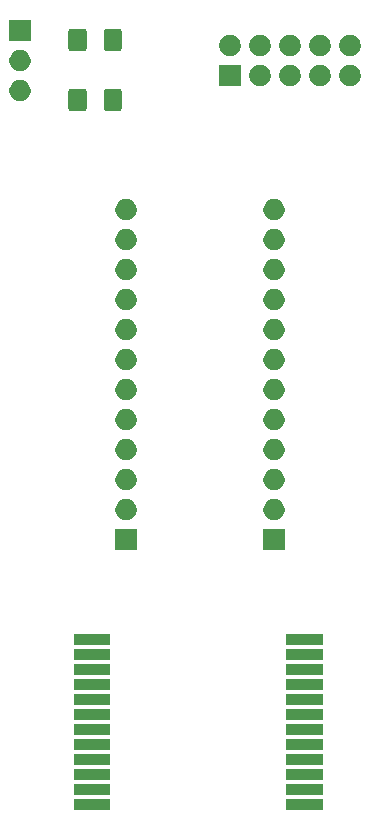
<source format=gbr>
G04 #@! TF.GenerationSoftware,KiCad,Pcbnew,(5.1.5)-3*
G04 #@! TF.CreationDate,2020-03-11T07:33:21-05:00*
G04 #@! TF.ProjectId,BreadboardBreakout,42726561-6462-46f6-9172-64427265616b,rev?*
G04 #@! TF.SameCoordinates,Original*
G04 #@! TF.FileFunction,Soldermask,Top*
G04 #@! TF.FilePolarity,Negative*
%FSLAX46Y46*%
G04 Gerber Fmt 4.6, Leading zero omitted, Abs format (unit mm)*
G04 Created by KiCad (PCBNEW (5.1.5)-3) date 2020-03-11 07:33:21*
%MOMM*%
%LPD*%
G04 APERTURE LIST*
%ADD10C,0.100000*%
G04 APERTURE END LIST*
D10*
G36*
X10398600Y-27857600D02*
G01*
X7296600Y-27857600D01*
X7296600Y-26955600D01*
X10398600Y-26955600D01*
X10398600Y-27857600D01*
G37*
G36*
X-7601400Y-27857600D02*
G01*
X-10703400Y-27857600D01*
X-10703400Y-26955600D01*
X-7601400Y-26955600D01*
X-7601400Y-27857600D01*
G37*
G36*
X-7601400Y-26587600D02*
G01*
X-10703400Y-26587600D01*
X-10703400Y-25685600D01*
X-7601400Y-25685600D01*
X-7601400Y-26587600D01*
G37*
G36*
X10398600Y-26587600D02*
G01*
X7296600Y-26587600D01*
X7296600Y-25685600D01*
X10398600Y-25685600D01*
X10398600Y-26587600D01*
G37*
G36*
X-7601400Y-25317600D02*
G01*
X-10703400Y-25317600D01*
X-10703400Y-24415600D01*
X-7601400Y-24415600D01*
X-7601400Y-25317600D01*
G37*
G36*
X10398600Y-25317600D02*
G01*
X7296600Y-25317600D01*
X7296600Y-24415600D01*
X10398600Y-24415600D01*
X10398600Y-25317600D01*
G37*
G36*
X-7601400Y-24047600D02*
G01*
X-10703400Y-24047600D01*
X-10703400Y-23145600D01*
X-7601400Y-23145600D01*
X-7601400Y-24047600D01*
G37*
G36*
X10398600Y-24047600D02*
G01*
X7296600Y-24047600D01*
X7296600Y-23145600D01*
X10398600Y-23145600D01*
X10398600Y-24047600D01*
G37*
G36*
X-7601400Y-22777600D02*
G01*
X-10703400Y-22777600D01*
X-10703400Y-21875600D01*
X-7601400Y-21875600D01*
X-7601400Y-22777600D01*
G37*
G36*
X10398600Y-22777600D02*
G01*
X7296600Y-22777600D01*
X7296600Y-21875600D01*
X10398600Y-21875600D01*
X10398600Y-22777600D01*
G37*
G36*
X10398600Y-21507600D02*
G01*
X7296600Y-21507600D01*
X7296600Y-20605600D01*
X10398600Y-20605600D01*
X10398600Y-21507600D01*
G37*
G36*
X-7601400Y-21507600D02*
G01*
X-10703400Y-21507600D01*
X-10703400Y-20605600D01*
X-7601400Y-20605600D01*
X-7601400Y-21507600D01*
G37*
G36*
X-7601400Y-20237600D02*
G01*
X-10703400Y-20237600D01*
X-10703400Y-19335600D01*
X-7601400Y-19335600D01*
X-7601400Y-20237600D01*
G37*
G36*
X10398600Y-20237600D02*
G01*
X7296600Y-20237600D01*
X7296600Y-19335600D01*
X10398600Y-19335600D01*
X10398600Y-20237600D01*
G37*
G36*
X-7601400Y-18967600D02*
G01*
X-10703400Y-18967600D01*
X-10703400Y-18065600D01*
X-7601400Y-18065600D01*
X-7601400Y-18967600D01*
G37*
G36*
X10398600Y-18967600D02*
G01*
X7296600Y-18967600D01*
X7296600Y-18065600D01*
X10398600Y-18065600D01*
X10398600Y-18967600D01*
G37*
G36*
X-7601400Y-17697600D02*
G01*
X-10703400Y-17697600D01*
X-10703400Y-16795600D01*
X-7601400Y-16795600D01*
X-7601400Y-17697600D01*
G37*
G36*
X10398600Y-17697600D02*
G01*
X7296600Y-17697600D01*
X7296600Y-16795600D01*
X10398600Y-16795600D01*
X10398600Y-17697600D01*
G37*
G36*
X10398600Y-16427600D02*
G01*
X7296600Y-16427600D01*
X7296600Y-15525600D01*
X10398600Y-15525600D01*
X10398600Y-16427600D01*
G37*
G36*
X-7601400Y-16427600D02*
G01*
X-10703400Y-16427600D01*
X-10703400Y-15525600D01*
X-7601400Y-15525600D01*
X-7601400Y-16427600D01*
G37*
G36*
X10398600Y-15157600D02*
G01*
X7296600Y-15157600D01*
X7296600Y-14255600D01*
X10398600Y-14255600D01*
X10398600Y-15157600D01*
G37*
G36*
X-7601400Y-15157600D02*
G01*
X-10703400Y-15157600D01*
X-10703400Y-14255600D01*
X-7601400Y-14255600D01*
X-7601400Y-15157600D01*
G37*
G36*
X-7601400Y-13887600D02*
G01*
X-10703400Y-13887600D01*
X-10703400Y-12985600D01*
X-7601400Y-12985600D01*
X-7601400Y-13887600D01*
G37*
G36*
X10398600Y-13887600D02*
G01*
X7296600Y-13887600D01*
X7296600Y-12985600D01*
X10398600Y-12985600D01*
X10398600Y-13887600D01*
G37*
G36*
X-5359000Y-5901000D02*
G01*
X-7161000Y-5901000D01*
X-7161000Y-4099000D01*
X-5359000Y-4099000D01*
X-5359000Y-5901000D01*
G37*
G36*
X7161000Y-5901000D02*
G01*
X5359000Y-5901000D01*
X5359000Y-4099000D01*
X7161000Y-4099000D01*
X7161000Y-5901000D01*
G37*
G36*
X-6146488Y-1563927D02*
G01*
X-5997188Y-1593624D01*
X-5833216Y-1661544D01*
X-5685646Y-1760147D01*
X-5560147Y-1885646D01*
X-5461544Y-2033216D01*
X-5393624Y-2197188D01*
X-5359000Y-2371259D01*
X-5359000Y-2548741D01*
X-5393624Y-2722812D01*
X-5461544Y-2886784D01*
X-5560147Y-3034354D01*
X-5685646Y-3159853D01*
X-5833216Y-3258456D01*
X-5997188Y-3326376D01*
X-6146488Y-3356073D01*
X-6171258Y-3361000D01*
X-6348742Y-3361000D01*
X-6373512Y-3356073D01*
X-6522812Y-3326376D01*
X-6686784Y-3258456D01*
X-6834354Y-3159853D01*
X-6959853Y-3034354D01*
X-7058456Y-2886784D01*
X-7126376Y-2722812D01*
X-7161000Y-2548741D01*
X-7161000Y-2371259D01*
X-7126376Y-2197188D01*
X-7058456Y-2033216D01*
X-6959853Y-1885646D01*
X-6834354Y-1760147D01*
X-6686784Y-1661544D01*
X-6522812Y-1593624D01*
X-6373512Y-1563927D01*
X-6348742Y-1559000D01*
X-6171258Y-1559000D01*
X-6146488Y-1563927D01*
G37*
G36*
X6373512Y-1563927D02*
G01*
X6522812Y-1593624D01*
X6686784Y-1661544D01*
X6834354Y-1760147D01*
X6959853Y-1885646D01*
X7058456Y-2033216D01*
X7126376Y-2197188D01*
X7161000Y-2371259D01*
X7161000Y-2548741D01*
X7126376Y-2722812D01*
X7058456Y-2886784D01*
X6959853Y-3034354D01*
X6834354Y-3159853D01*
X6686784Y-3258456D01*
X6522812Y-3326376D01*
X6373512Y-3356073D01*
X6348742Y-3361000D01*
X6171258Y-3361000D01*
X6146488Y-3356073D01*
X5997188Y-3326376D01*
X5833216Y-3258456D01*
X5685646Y-3159853D01*
X5560147Y-3034354D01*
X5461544Y-2886784D01*
X5393624Y-2722812D01*
X5359000Y-2548741D01*
X5359000Y-2371259D01*
X5393624Y-2197188D01*
X5461544Y-2033216D01*
X5560147Y-1885646D01*
X5685646Y-1760147D01*
X5833216Y-1661544D01*
X5997188Y-1593624D01*
X6146488Y-1563927D01*
X6171258Y-1559000D01*
X6348742Y-1559000D01*
X6373512Y-1563927D01*
G37*
G36*
X6373512Y976073D02*
G01*
X6522812Y946376D01*
X6686784Y878456D01*
X6834354Y779853D01*
X6959853Y654354D01*
X7058456Y506784D01*
X7126376Y342812D01*
X7161000Y168741D01*
X7161000Y-8741D01*
X7126376Y-182812D01*
X7058456Y-346784D01*
X6959853Y-494354D01*
X6834354Y-619853D01*
X6686784Y-718456D01*
X6522812Y-786376D01*
X6373512Y-816073D01*
X6348742Y-821000D01*
X6171258Y-821000D01*
X6146488Y-816073D01*
X5997188Y-786376D01*
X5833216Y-718456D01*
X5685646Y-619853D01*
X5560147Y-494354D01*
X5461544Y-346784D01*
X5393624Y-182812D01*
X5359000Y-8741D01*
X5359000Y168741D01*
X5393624Y342812D01*
X5461544Y506784D01*
X5560147Y654354D01*
X5685646Y779853D01*
X5833216Y878456D01*
X5997188Y946376D01*
X6146488Y976073D01*
X6171258Y981000D01*
X6348742Y981000D01*
X6373512Y976073D01*
G37*
G36*
X-6146488Y976073D02*
G01*
X-5997188Y946376D01*
X-5833216Y878456D01*
X-5685646Y779853D01*
X-5560147Y654354D01*
X-5461544Y506784D01*
X-5393624Y342812D01*
X-5359000Y168741D01*
X-5359000Y-8741D01*
X-5393624Y-182812D01*
X-5461544Y-346784D01*
X-5560147Y-494354D01*
X-5685646Y-619853D01*
X-5833216Y-718456D01*
X-5997188Y-786376D01*
X-6146488Y-816073D01*
X-6171258Y-821000D01*
X-6348742Y-821000D01*
X-6373512Y-816073D01*
X-6522812Y-786376D01*
X-6686784Y-718456D01*
X-6834354Y-619853D01*
X-6959853Y-494354D01*
X-7058456Y-346784D01*
X-7126376Y-182812D01*
X-7161000Y-8741D01*
X-7161000Y168741D01*
X-7126376Y342812D01*
X-7058456Y506784D01*
X-6959853Y654354D01*
X-6834354Y779853D01*
X-6686784Y878456D01*
X-6522812Y946376D01*
X-6373512Y976073D01*
X-6348742Y981000D01*
X-6171258Y981000D01*
X-6146488Y976073D01*
G37*
G36*
X-6146488Y3516073D02*
G01*
X-5997188Y3486376D01*
X-5833216Y3418456D01*
X-5685646Y3319853D01*
X-5560147Y3194354D01*
X-5461544Y3046784D01*
X-5393624Y2882812D01*
X-5359000Y2708741D01*
X-5359000Y2531259D01*
X-5393624Y2357188D01*
X-5461544Y2193216D01*
X-5560147Y2045646D01*
X-5685646Y1920147D01*
X-5833216Y1821544D01*
X-5997188Y1753624D01*
X-6146488Y1723927D01*
X-6171258Y1719000D01*
X-6348742Y1719000D01*
X-6373512Y1723927D01*
X-6522812Y1753624D01*
X-6686784Y1821544D01*
X-6834354Y1920147D01*
X-6959853Y2045646D01*
X-7058456Y2193216D01*
X-7126376Y2357188D01*
X-7161000Y2531259D01*
X-7161000Y2708741D01*
X-7126376Y2882812D01*
X-7058456Y3046784D01*
X-6959853Y3194354D01*
X-6834354Y3319853D01*
X-6686784Y3418456D01*
X-6522812Y3486376D01*
X-6373512Y3516073D01*
X-6348742Y3521000D01*
X-6171258Y3521000D01*
X-6146488Y3516073D01*
G37*
G36*
X6373512Y3516073D02*
G01*
X6522812Y3486376D01*
X6686784Y3418456D01*
X6834354Y3319853D01*
X6959853Y3194354D01*
X7058456Y3046784D01*
X7126376Y2882812D01*
X7161000Y2708741D01*
X7161000Y2531259D01*
X7126376Y2357188D01*
X7058456Y2193216D01*
X6959853Y2045646D01*
X6834354Y1920147D01*
X6686784Y1821544D01*
X6522812Y1753624D01*
X6373512Y1723927D01*
X6348742Y1719000D01*
X6171258Y1719000D01*
X6146488Y1723927D01*
X5997188Y1753624D01*
X5833216Y1821544D01*
X5685646Y1920147D01*
X5560147Y2045646D01*
X5461544Y2193216D01*
X5393624Y2357188D01*
X5359000Y2531259D01*
X5359000Y2708741D01*
X5393624Y2882812D01*
X5461544Y3046784D01*
X5560147Y3194354D01*
X5685646Y3319853D01*
X5833216Y3418456D01*
X5997188Y3486376D01*
X6146488Y3516073D01*
X6171258Y3521000D01*
X6348742Y3521000D01*
X6373512Y3516073D01*
G37*
G36*
X-6146488Y6056073D02*
G01*
X-5997188Y6026376D01*
X-5833216Y5958456D01*
X-5685646Y5859853D01*
X-5560147Y5734354D01*
X-5461544Y5586784D01*
X-5393624Y5422812D01*
X-5359000Y5248741D01*
X-5359000Y5071259D01*
X-5393624Y4897188D01*
X-5461544Y4733216D01*
X-5560147Y4585646D01*
X-5685646Y4460147D01*
X-5833216Y4361544D01*
X-5997188Y4293624D01*
X-6146488Y4263927D01*
X-6171258Y4259000D01*
X-6348742Y4259000D01*
X-6373512Y4263927D01*
X-6522812Y4293624D01*
X-6686784Y4361544D01*
X-6834354Y4460147D01*
X-6959853Y4585646D01*
X-7058456Y4733216D01*
X-7126376Y4897188D01*
X-7161000Y5071259D01*
X-7161000Y5248741D01*
X-7126376Y5422812D01*
X-7058456Y5586784D01*
X-6959853Y5734354D01*
X-6834354Y5859853D01*
X-6686784Y5958456D01*
X-6522812Y6026376D01*
X-6373512Y6056073D01*
X-6348742Y6061000D01*
X-6171258Y6061000D01*
X-6146488Y6056073D01*
G37*
G36*
X6373512Y6056073D02*
G01*
X6522812Y6026376D01*
X6686784Y5958456D01*
X6834354Y5859853D01*
X6959853Y5734354D01*
X7058456Y5586784D01*
X7126376Y5422812D01*
X7161000Y5248741D01*
X7161000Y5071259D01*
X7126376Y4897188D01*
X7058456Y4733216D01*
X6959853Y4585646D01*
X6834354Y4460147D01*
X6686784Y4361544D01*
X6522812Y4293624D01*
X6373512Y4263927D01*
X6348742Y4259000D01*
X6171258Y4259000D01*
X6146488Y4263927D01*
X5997188Y4293624D01*
X5833216Y4361544D01*
X5685646Y4460147D01*
X5560147Y4585646D01*
X5461544Y4733216D01*
X5393624Y4897188D01*
X5359000Y5071259D01*
X5359000Y5248741D01*
X5393624Y5422812D01*
X5461544Y5586784D01*
X5560147Y5734354D01*
X5685646Y5859853D01*
X5833216Y5958456D01*
X5997188Y6026376D01*
X6146488Y6056073D01*
X6171258Y6061000D01*
X6348742Y6061000D01*
X6373512Y6056073D01*
G37*
G36*
X6373512Y8596073D02*
G01*
X6522812Y8566376D01*
X6686784Y8498456D01*
X6834354Y8399853D01*
X6959853Y8274354D01*
X7058456Y8126784D01*
X7126376Y7962812D01*
X7161000Y7788741D01*
X7161000Y7611259D01*
X7126376Y7437188D01*
X7058456Y7273216D01*
X6959853Y7125646D01*
X6834354Y7000147D01*
X6686784Y6901544D01*
X6522812Y6833624D01*
X6373512Y6803927D01*
X6348742Y6799000D01*
X6171258Y6799000D01*
X6146488Y6803927D01*
X5997188Y6833624D01*
X5833216Y6901544D01*
X5685646Y7000147D01*
X5560147Y7125646D01*
X5461544Y7273216D01*
X5393624Y7437188D01*
X5359000Y7611259D01*
X5359000Y7788741D01*
X5393624Y7962812D01*
X5461544Y8126784D01*
X5560147Y8274354D01*
X5685646Y8399853D01*
X5833216Y8498456D01*
X5997188Y8566376D01*
X6146488Y8596073D01*
X6171258Y8601000D01*
X6348742Y8601000D01*
X6373512Y8596073D01*
G37*
G36*
X-6146488Y8596073D02*
G01*
X-5997188Y8566376D01*
X-5833216Y8498456D01*
X-5685646Y8399853D01*
X-5560147Y8274354D01*
X-5461544Y8126784D01*
X-5393624Y7962812D01*
X-5359000Y7788741D01*
X-5359000Y7611259D01*
X-5393624Y7437188D01*
X-5461544Y7273216D01*
X-5560147Y7125646D01*
X-5685646Y7000147D01*
X-5833216Y6901544D01*
X-5997188Y6833624D01*
X-6146488Y6803927D01*
X-6171258Y6799000D01*
X-6348742Y6799000D01*
X-6373512Y6803927D01*
X-6522812Y6833624D01*
X-6686784Y6901544D01*
X-6834354Y7000147D01*
X-6959853Y7125646D01*
X-7058456Y7273216D01*
X-7126376Y7437188D01*
X-7161000Y7611259D01*
X-7161000Y7788741D01*
X-7126376Y7962812D01*
X-7058456Y8126784D01*
X-6959853Y8274354D01*
X-6834354Y8399853D01*
X-6686784Y8498456D01*
X-6522812Y8566376D01*
X-6373512Y8596073D01*
X-6348742Y8601000D01*
X-6171258Y8601000D01*
X-6146488Y8596073D01*
G37*
G36*
X-6146488Y11136073D02*
G01*
X-5997188Y11106376D01*
X-5833216Y11038456D01*
X-5685646Y10939853D01*
X-5560147Y10814354D01*
X-5461544Y10666784D01*
X-5393624Y10502812D01*
X-5359000Y10328741D01*
X-5359000Y10151259D01*
X-5393624Y9977188D01*
X-5461544Y9813216D01*
X-5560147Y9665646D01*
X-5685646Y9540147D01*
X-5833216Y9441544D01*
X-5997188Y9373624D01*
X-6146488Y9343927D01*
X-6171258Y9339000D01*
X-6348742Y9339000D01*
X-6373512Y9343927D01*
X-6522812Y9373624D01*
X-6686784Y9441544D01*
X-6834354Y9540147D01*
X-6959853Y9665646D01*
X-7058456Y9813216D01*
X-7126376Y9977188D01*
X-7161000Y10151259D01*
X-7161000Y10328741D01*
X-7126376Y10502812D01*
X-7058456Y10666784D01*
X-6959853Y10814354D01*
X-6834354Y10939853D01*
X-6686784Y11038456D01*
X-6522812Y11106376D01*
X-6373512Y11136073D01*
X-6348742Y11141000D01*
X-6171258Y11141000D01*
X-6146488Y11136073D01*
G37*
G36*
X6373512Y11136073D02*
G01*
X6522812Y11106376D01*
X6686784Y11038456D01*
X6834354Y10939853D01*
X6959853Y10814354D01*
X7058456Y10666784D01*
X7126376Y10502812D01*
X7161000Y10328741D01*
X7161000Y10151259D01*
X7126376Y9977188D01*
X7058456Y9813216D01*
X6959853Y9665646D01*
X6834354Y9540147D01*
X6686784Y9441544D01*
X6522812Y9373624D01*
X6373512Y9343927D01*
X6348742Y9339000D01*
X6171258Y9339000D01*
X6146488Y9343927D01*
X5997188Y9373624D01*
X5833216Y9441544D01*
X5685646Y9540147D01*
X5560147Y9665646D01*
X5461544Y9813216D01*
X5393624Y9977188D01*
X5359000Y10151259D01*
X5359000Y10328741D01*
X5393624Y10502812D01*
X5461544Y10666784D01*
X5560147Y10814354D01*
X5685646Y10939853D01*
X5833216Y11038456D01*
X5997188Y11106376D01*
X6146488Y11136073D01*
X6171258Y11141000D01*
X6348742Y11141000D01*
X6373512Y11136073D01*
G37*
G36*
X-6146488Y13676073D02*
G01*
X-5997188Y13646376D01*
X-5833216Y13578456D01*
X-5685646Y13479853D01*
X-5560147Y13354354D01*
X-5461544Y13206784D01*
X-5393624Y13042812D01*
X-5359000Y12868741D01*
X-5359000Y12691259D01*
X-5393624Y12517188D01*
X-5461544Y12353216D01*
X-5560147Y12205646D01*
X-5685646Y12080147D01*
X-5833216Y11981544D01*
X-5997188Y11913624D01*
X-6146488Y11883927D01*
X-6171258Y11879000D01*
X-6348742Y11879000D01*
X-6373512Y11883927D01*
X-6522812Y11913624D01*
X-6686784Y11981544D01*
X-6834354Y12080147D01*
X-6959853Y12205646D01*
X-7058456Y12353216D01*
X-7126376Y12517188D01*
X-7161000Y12691259D01*
X-7161000Y12868741D01*
X-7126376Y13042812D01*
X-7058456Y13206784D01*
X-6959853Y13354354D01*
X-6834354Y13479853D01*
X-6686784Y13578456D01*
X-6522812Y13646376D01*
X-6373512Y13676073D01*
X-6348742Y13681000D01*
X-6171258Y13681000D01*
X-6146488Y13676073D01*
G37*
G36*
X6373512Y13676073D02*
G01*
X6522812Y13646376D01*
X6686784Y13578456D01*
X6834354Y13479853D01*
X6959853Y13354354D01*
X7058456Y13206784D01*
X7126376Y13042812D01*
X7161000Y12868741D01*
X7161000Y12691259D01*
X7126376Y12517188D01*
X7058456Y12353216D01*
X6959853Y12205646D01*
X6834354Y12080147D01*
X6686784Y11981544D01*
X6522812Y11913624D01*
X6373512Y11883927D01*
X6348742Y11879000D01*
X6171258Y11879000D01*
X6146488Y11883927D01*
X5997188Y11913624D01*
X5833216Y11981544D01*
X5685646Y12080147D01*
X5560147Y12205646D01*
X5461544Y12353216D01*
X5393624Y12517188D01*
X5359000Y12691259D01*
X5359000Y12868741D01*
X5393624Y13042812D01*
X5461544Y13206784D01*
X5560147Y13354354D01*
X5685646Y13479853D01*
X5833216Y13578456D01*
X5997188Y13646376D01*
X6146488Y13676073D01*
X6171258Y13681000D01*
X6348742Y13681000D01*
X6373512Y13676073D01*
G37*
G36*
X-6146488Y16216073D02*
G01*
X-5997188Y16186376D01*
X-5833216Y16118456D01*
X-5685646Y16019853D01*
X-5560147Y15894354D01*
X-5461544Y15746784D01*
X-5393624Y15582812D01*
X-5359000Y15408741D01*
X-5359000Y15231259D01*
X-5393624Y15057188D01*
X-5461544Y14893216D01*
X-5560147Y14745646D01*
X-5685646Y14620147D01*
X-5833216Y14521544D01*
X-5997188Y14453624D01*
X-6146488Y14423927D01*
X-6171258Y14419000D01*
X-6348742Y14419000D01*
X-6373512Y14423927D01*
X-6522812Y14453624D01*
X-6686784Y14521544D01*
X-6834354Y14620147D01*
X-6959853Y14745646D01*
X-7058456Y14893216D01*
X-7126376Y15057188D01*
X-7161000Y15231259D01*
X-7161000Y15408741D01*
X-7126376Y15582812D01*
X-7058456Y15746784D01*
X-6959853Y15894354D01*
X-6834354Y16019853D01*
X-6686784Y16118456D01*
X-6522812Y16186376D01*
X-6373512Y16216073D01*
X-6348742Y16221000D01*
X-6171258Y16221000D01*
X-6146488Y16216073D01*
G37*
G36*
X6373512Y16216073D02*
G01*
X6522812Y16186376D01*
X6686784Y16118456D01*
X6834354Y16019853D01*
X6959853Y15894354D01*
X7058456Y15746784D01*
X7126376Y15582812D01*
X7161000Y15408741D01*
X7161000Y15231259D01*
X7126376Y15057188D01*
X7058456Y14893216D01*
X6959853Y14745646D01*
X6834354Y14620147D01*
X6686784Y14521544D01*
X6522812Y14453624D01*
X6373512Y14423927D01*
X6348742Y14419000D01*
X6171258Y14419000D01*
X6146488Y14423927D01*
X5997188Y14453624D01*
X5833216Y14521544D01*
X5685646Y14620147D01*
X5560147Y14745646D01*
X5461544Y14893216D01*
X5393624Y15057188D01*
X5359000Y15231259D01*
X5359000Y15408741D01*
X5393624Y15582812D01*
X5461544Y15746784D01*
X5560147Y15894354D01*
X5685646Y16019853D01*
X5833216Y16118456D01*
X5997188Y16186376D01*
X6146488Y16216073D01*
X6171258Y16221000D01*
X6348742Y16221000D01*
X6373512Y16216073D01*
G37*
G36*
X-6146488Y18756073D02*
G01*
X-5997188Y18726376D01*
X-5833216Y18658456D01*
X-5685646Y18559853D01*
X-5560147Y18434354D01*
X-5461544Y18286784D01*
X-5393624Y18122812D01*
X-5359000Y17948741D01*
X-5359000Y17771259D01*
X-5393624Y17597188D01*
X-5461544Y17433216D01*
X-5560147Y17285646D01*
X-5685646Y17160147D01*
X-5833216Y17061544D01*
X-5997188Y16993624D01*
X-6146488Y16963927D01*
X-6171258Y16959000D01*
X-6348742Y16959000D01*
X-6373512Y16963927D01*
X-6522812Y16993624D01*
X-6686784Y17061544D01*
X-6834354Y17160147D01*
X-6959853Y17285646D01*
X-7058456Y17433216D01*
X-7126376Y17597188D01*
X-7161000Y17771259D01*
X-7161000Y17948741D01*
X-7126376Y18122812D01*
X-7058456Y18286784D01*
X-6959853Y18434354D01*
X-6834354Y18559853D01*
X-6686784Y18658456D01*
X-6522812Y18726376D01*
X-6373512Y18756073D01*
X-6348742Y18761000D01*
X-6171258Y18761000D01*
X-6146488Y18756073D01*
G37*
G36*
X6373512Y18756073D02*
G01*
X6522812Y18726376D01*
X6686784Y18658456D01*
X6834354Y18559853D01*
X6959853Y18434354D01*
X7058456Y18286784D01*
X7126376Y18122812D01*
X7161000Y17948741D01*
X7161000Y17771259D01*
X7126376Y17597188D01*
X7058456Y17433216D01*
X6959853Y17285646D01*
X6834354Y17160147D01*
X6686784Y17061544D01*
X6522812Y16993624D01*
X6373512Y16963927D01*
X6348742Y16959000D01*
X6171258Y16959000D01*
X6146488Y16963927D01*
X5997188Y16993624D01*
X5833216Y17061544D01*
X5685646Y17160147D01*
X5560147Y17285646D01*
X5461544Y17433216D01*
X5393624Y17597188D01*
X5359000Y17771259D01*
X5359000Y17948741D01*
X5393624Y18122812D01*
X5461544Y18286784D01*
X5560147Y18434354D01*
X5685646Y18559853D01*
X5833216Y18658456D01*
X5997188Y18726376D01*
X6146488Y18756073D01*
X6171258Y18761000D01*
X6348742Y18761000D01*
X6373512Y18756073D01*
G37*
G36*
X6373512Y21296073D02*
G01*
X6522812Y21266376D01*
X6686784Y21198456D01*
X6834354Y21099853D01*
X6959853Y20974354D01*
X7058456Y20826784D01*
X7126376Y20662812D01*
X7161000Y20488741D01*
X7161000Y20311259D01*
X7126376Y20137188D01*
X7058456Y19973216D01*
X6959853Y19825646D01*
X6834354Y19700147D01*
X6686784Y19601544D01*
X6522812Y19533624D01*
X6373512Y19503927D01*
X6348742Y19499000D01*
X6171258Y19499000D01*
X6146488Y19503927D01*
X5997188Y19533624D01*
X5833216Y19601544D01*
X5685646Y19700147D01*
X5560147Y19825646D01*
X5461544Y19973216D01*
X5393624Y20137188D01*
X5359000Y20311259D01*
X5359000Y20488741D01*
X5393624Y20662812D01*
X5461544Y20826784D01*
X5560147Y20974354D01*
X5685646Y21099853D01*
X5833216Y21198456D01*
X5997188Y21266376D01*
X6146488Y21296073D01*
X6171258Y21301000D01*
X6348742Y21301000D01*
X6373512Y21296073D01*
G37*
G36*
X-6146488Y21296073D02*
G01*
X-5997188Y21266376D01*
X-5833216Y21198456D01*
X-5685646Y21099853D01*
X-5560147Y20974354D01*
X-5461544Y20826784D01*
X-5393624Y20662812D01*
X-5359000Y20488741D01*
X-5359000Y20311259D01*
X-5393624Y20137188D01*
X-5461544Y19973216D01*
X-5560147Y19825646D01*
X-5685646Y19700147D01*
X-5833216Y19601544D01*
X-5997188Y19533624D01*
X-6146488Y19503927D01*
X-6171258Y19499000D01*
X-6348742Y19499000D01*
X-6373512Y19503927D01*
X-6522812Y19533624D01*
X-6686784Y19601544D01*
X-6834354Y19700147D01*
X-6959853Y19825646D01*
X-7058456Y19973216D01*
X-7126376Y20137188D01*
X-7161000Y20311259D01*
X-7161000Y20488741D01*
X-7126376Y20662812D01*
X-7058456Y20826784D01*
X-6959853Y20974354D01*
X-6834354Y21099853D01*
X-6686784Y21198456D01*
X-6522812Y21266376D01*
X-6373512Y21296073D01*
X-6348742Y21301000D01*
X-6171258Y21301000D01*
X-6146488Y21296073D01*
G37*
G36*
X-6146488Y23836073D02*
G01*
X-5997188Y23806376D01*
X-5833216Y23738456D01*
X-5685646Y23639853D01*
X-5560147Y23514354D01*
X-5461544Y23366784D01*
X-5393624Y23202812D01*
X-5359000Y23028741D01*
X-5359000Y22851259D01*
X-5393624Y22677188D01*
X-5461544Y22513216D01*
X-5560147Y22365646D01*
X-5685646Y22240147D01*
X-5833216Y22141544D01*
X-5997188Y22073624D01*
X-6146488Y22043927D01*
X-6171258Y22039000D01*
X-6348742Y22039000D01*
X-6373512Y22043927D01*
X-6522812Y22073624D01*
X-6686784Y22141544D01*
X-6834354Y22240147D01*
X-6959853Y22365646D01*
X-7058456Y22513216D01*
X-7126376Y22677188D01*
X-7161000Y22851259D01*
X-7161000Y23028741D01*
X-7126376Y23202812D01*
X-7058456Y23366784D01*
X-6959853Y23514354D01*
X-6834354Y23639853D01*
X-6686784Y23738456D01*
X-6522812Y23806376D01*
X-6373512Y23836073D01*
X-6348742Y23841000D01*
X-6171258Y23841000D01*
X-6146488Y23836073D01*
G37*
G36*
X6373512Y23836073D02*
G01*
X6522812Y23806376D01*
X6686784Y23738456D01*
X6834354Y23639853D01*
X6959853Y23514354D01*
X7058456Y23366784D01*
X7126376Y23202812D01*
X7161000Y23028741D01*
X7161000Y22851259D01*
X7126376Y22677188D01*
X7058456Y22513216D01*
X6959853Y22365646D01*
X6834354Y22240147D01*
X6686784Y22141544D01*
X6522812Y22073624D01*
X6373512Y22043927D01*
X6348742Y22039000D01*
X6171258Y22039000D01*
X6146488Y22043927D01*
X5997188Y22073624D01*
X5833216Y22141544D01*
X5685646Y22240147D01*
X5560147Y22365646D01*
X5461544Y22513216D01*
X5393624Y22677188D01*
X5359000Y22851259D01*
X5359000Y23028741D01*
X5393624Y23202812D01*
X5461544Y23366784D01*
X5560147Y23514354D01*
X5685646Y23639853D01*
X5833216Y23738456D01*
X5997188Y23806376D01*
X6146488Y23836073D01*
X6171258Y23841000D01*
X6348742Y23841000D01*
X6373512Y23836073D01*
G37*
G36*
X-6789438Y33154419D02*
G01*
X-6754519Y33143826D01*
X-6722337Y33126624D01*
X-6694127Y33103473D01*
X-6670976Y33075263D01*
X-6653774Y33043081D01*
X-6643181Y33008162D01*
X-6639000Y32965705D01*
X-6639000Y31499495D01*
X-6643181Y31457038D01*
X-6653774Y31422119D01*
X-6670976Y31389937D01*
X-6694127Y31361727D01*
X-6722337Y31338576D01*
X-6754519Y31321374D01*
X-6789438Y31310781D01*
X-6831895Y31306600D01*
X-7973105Y31306600D01*
X-8015562Y31310781D01*
X-8050481Y31321374D01*
X-8082663Y31338576D01*
X-8110873Y31361727D01*
X-8134024Y31389937D01*
X-8151226Y31422119D01*
X-8161819Y31457038D01*
X-8166000Y31499495D01*
X-8166000Y32965705D01*
X-8161819Y33008162D01*
X-8151226Y33043081D01*
X-8134024Y33075263D01*
X-8110873Y33103473D01*
X-8082663Y33126624D01*
X-8050481Y33143826D01*
X-8015562Y33154419D01*
X-7973105Y33158600D01*
X-6831895Y33158600D01*
X-6789438Y33154419D01*
G37*
G36*
X-9764438Y33154419D02*
G01*
X-9729519Y33143826D01*
X-9697337Y33126624D01*
X-9669127Y33103473D01*
X-9645976Y33075263D01*
X-9628774Y33043081D01*
X-9618181Y33008162D01*
X-9614000Y32965705D01*
X-9614000Y31499495D01*
X-9618181Y31457038D01*
X-9628774Y31422119D01*
X-9645976Y31389937D01*
X-9669127Y31361727D01*
X-9697337Y31338576D01*
X-9729519Y31321374D01*
X-9764438Y31310781D01*
X-9806895Y31306600D01*
X-10948105Y31306600D01*
X-10990562Y31310781D01*
X-11025481Y31321374D01*
X-11057663Y31338576D01*
X-11085873Y31361727D01*
X-11109024Y31389937D01*
X-11126226Y31422119D01*
X-11136819Y31457038D01*
X-11141000Y31499495D01*
X-11141000Y32965705D01*
X-11136819Y33008162D01*
X-11126226Y33043081D01*
X-11109024Y33075263D01*
X-11085873Y33103473D01*
X-11057663Y33126624D01*
X-11025481Y33143826D01*
X-10990562Y33154419D01*
X-10948105Y33158600D01*
X-9806895Y33158600D01*
X-9764438Y33154419D01*
G37*
G36*
X-15126488Y33916073D02*
G01*
X-14977188Y33886376D01*
X-14813216Y33818456D01*
X-14665646Y33719853D01*
X-14540147Y33594354D01*
X-14441544Y33446784D01*
X-14373624Y33282812D01*
X-14339000Y33108741D01*
X-14339000Y32931259D01*
X-14373624Y32757188D01*
X-14441544Y32593216D01*
X-14540147Y32445646D01*
X-14665646Y32320147D01*
X-14813216Y32221544D01*
X-14977188Y32153624D01*
X-15126488Y32123927D01*
X-15151258Y32119000D01*
X-15328742Y32119000D01*
X-15353512Y32123927D01*
X-15502812Y32153624D01*
X-15666784Y32221544D01*
X-15814354Y32320147D01*
X-15939853Y32445646D01*
X-16038456Y32593216D01*
X-16106376Y32757188D01*
X-16141000Y32931259D01*
X-16141000Y33108741D01*
X-16106376Y33282812D01*
X-16038456Y33446784D01*
X-15939853Y33594354D01*
X-15814354Y33719853D01*
X-15666784Y33818456D01*
X-15502812Y33886376D01*
X-15353512Y33916073D01*
X-15328742Y33921000D01*
X-15151258Y33921000D01*
X-15126488Y33916073D01*
G37*
G36*
X12966778Y35169453D02*
G01*
X13133224Y35100509D01*
X13283022Y35000417D01*
X13410417Y34873022D01*
X13510509Y34723224D01*
X13579453Y34556778D01*
X13614600Y34380082D01*
X13614600Y34199918D01*
X13579453Y34023222D01*
X13510509Y33856776D01*
X13410417Y33706978D01*
X13283022Y33579583D01*
X13133224Y33479491D01*
X12966778Y33410547D01*
X12790082Y33375400D01*
X12609918Y33375400D01*
X12433222Y33410547D01*
X12266776Y33479491D01*
X12116978Y33579583D01*
X11989583Y33706978D01*
X11889491Y33856776D01*
X11820547Y34023222D01*
X11785400Y34199918D01*
X11785400Y34380082D01*
X11820547Y34556778D01*
X11889491Y34723224D01*
X11989583Y34873022D01*
X12116978Y35000417D01*
X12266776Y35100509D01*
X12433222Y35169453D01*
X12609918Y35204600D01*
X12790082Y35204600D01*
X12966778Y35169453D01*
G37*
G36*
X10426778Y35169453D02*
G01*
X10593224Y35100509D01*
X10743022Y35000417D01*
X10870417Y34873022D01*
X10970509Y34723224D01*
X11039453Y34556778D01*
X11074600Y34380082D01*
X11074600Y34199918D01*
X11039453Y34023222D01*
X10970509Y33856776D01*
X10870417Y33706978D01*
X10743022Y33579583D01*
X10593224Y33479491D01*
X10426778Y33410547D01*
X10250082Y33375400D01*
X10069918Y33375400D01*
X9893222Y33410547D01*
X9726776Y33479491D01*
X9576978Y33579583D01*
X9449583Y33706978D01*
X9349491Y33856776D01*
X9280547Y34023222D01*
X9245400Y34199918D01*
X9245400Y34380082D01*
X9280547Y34556778D01*
X9349491Y34723224D01*
X9449583Y34873022D01*
X9576978Y35000417D01*
X9726776Y35100509D01*
X9893222Y35169453D01*
X10069918Y35204600D01*
X10250082Y35204600D01*
X10426778Y35169453D01*
G37*
G36*
X7886778Y35169453D02*
G01*
X8053224Y35100509D01*
X8203022Y35000417D01*
X8330417Y34873022D01*
X8430509Y34723224D01*
X8499453Y34556778D01*
X8534600Y34380082D01*
X8534600Y34199918D01*
X8499453Y34023222D01*
X8430509Y33856776D01*
X8330417Y33706978D01*
X8203022Y33579583D01*
X8053224Y33479491D01*
X7886778Y33410547D01*
X7710082Y33375400D01*
X7529918Y33375400D01*
X7353222Y33410547D01*
X7186776Y33479491D01*
X7036978Y33579583D01*
X6909583Y33706978D01*
X6809491Y33856776D01*
X6740547Y34023222D01*
X6705400Y34199918D01*
X6705400Y34380082D01*
X6740547Y34556778D01*
X6809491Y34723224D01*
X6909583Y34873022D01*
X7036978Y35000417D01*
X7186776Y35100509D01*
X7353222Y35169453D01*
X7529918Y35204600D01*
X7710082Y35204600D01*
X7886778Y35169453D01*
G37*
G36*
X5346778Y35169453D02*
G01*
X5513224Y35100509D01*
X5663022Y35000417D01*
X5790417Y34873022D01*
X5890509Y34723224D01*
X5959453Y34556778D01*
X5994600Y34380082D01*
X5994600Y34199918D01*
X5959453Y34023222D01*
X5890509Y33856776D01*
X5790417Y33706978D01*
X5663022Y33579583D01*
X5513224Y33479491D01*
X5346778Y33410547D01*
X5170082Y33375400D01*
X4989918Y33375400D01*
X4813222Y33410547D01*
X4646776Y33479491D01*
X4496978Y33579583D01*
X4369583Y33706978D01*
X4269491Y33856776D01*
X4200547Y34023222D01*
X4165400Y34199918D01*
X4165400Y34380082D01*
X4200547Y34556778D01*
X4269491Y34723224D01*
X4369583Y34873022D01*
X4496978Y35000417D01*
X4646776Y35100509D01*
X4813222Y35169453D01*
X4989918Y35204600D01*
X5170082Y35204600D01*
X5346778Y35169453D01*
G37*
G36*
X3454600Y33375400D02*
G01*
X1625400Y33375400D01*
X1625400Y35204600D01*
X3454600Y35204600D01*
X3454600Y33375400D01*
G37*
G36*
X-15126488Y36456073D02*
G01*
X-14977188Y36426376D01*
X-14813216Y36358456D01*
X-14665646Y36259853D01*
X-14540147Y36134354D01*
X-14441544Y35986784D01*
X-14373624Y35822812D01*
X-14339000Y35648741D01*
X-14339000Y35471259D01*
X-14373624Y35297188D01*
X-14441544Y35133216D01*
X-14540147Y34985646D01*
X-14665646Y34860147D01*
X-14813216Y34761544D01*
X-14977188Y34693624D01*
X-15126488Y34663927D01*
X-15151258Y34659000D01*
X-15328742Y34659000D01*
X-15353512Y34663927D01*
X-15502812Y34693624D01*
X-15666784Y34761544D01*
X-15814354Y34860147D01*
X-15939853Y34985646D01*
X-16038456Y35133216D01*
X-16106376Y35297188D01*
X-16141000Y35471259D01*
X-16141000Y35648741D01*
X-16106376Y35822812D01*
X-16038456Y35986784D01*
X-15939853Y36134354D01*
X-15814354Y36259853D01*
X-15666784Y36358456D01*
X-15502812Y36426376D01*
X-15353512Y36456073D01*
X-15328742Y36461000D01*
X-15151258Y36461000D01*
X-15126488Y36456073D01*
G37*
G36*
X5346778Y37709453D02*
G01*
X5513224Y37640509D01*
X5663022Y37540417D01*
X5790417Y37413022D01*
X5890509Y37263224D01*
X5959453Y37096778D01*
X5994600Y36920082D01*
X5994600Y36739918D01*
X5959453Y36563222D01*
X5890509Y36396776D01*
X5790417Y36246978D01*
X5663022Y36119583D01*
X5513224Y36019491D01*
X5346778Y35950547D01*
X5170082Y35915400D01*
X4989918Y35915400D01*
X4813222Y35950547D01*
X4646776Y36019491D01*
X4496978Y36119583D01*
X4369583Y36246978D01*
X4269491Y36396776D01*
X4200547Y36563222D01*
X4165400Y36739918D01*
X4165400Y36920082D01*
X4200547Y37096778D01*
X4269491Y37263224D01*
X4369583Y37413022D01*
X4496978Y37540417D01*
X4646776Y37640509D01*
X4813222Y37709453D01*
X4989918Y37744600D01*
X5170082Y37744600D01*
X5346778Y37709453D01*
G37*
G36*
X12966778Y37709453D02*
G01*
X13133224Y37640509D01*
X13283022Y37540417D01*
X13410417Y37413022D01*
X13510509Y37263224D01*
X13579453Y37096778D01*
X13614600Y36920082D01*
X13614600Y36739918D01*
X13579453Y36563222D01*
X13510509Y36396776D01*
X13410417Y36246978D01*
X13283022Y36119583D01*
X13133224Y36019491D01*
X12966778Y35950547D01*
X12790082Y35915400D01*
X12609918Y35915400D01*
X12433222Y35950547D01*
X12266776Y36019491D01*
X12116978Y36119583D01*
X11989583Y36246978D01*
X11889491Y36396776D01*
X11820547Y36563222D01*
X11785400Y36739918D01*
X11785400Y36920082D01*
X11820547Y37096778D01*
X11889491Y37263224D01*
X11989583Y37413022D01*
X12116978Y37540417D01*
X12266776Y37640509D01*
X12433222Y37709453D01*
X12609918Y37744600D01*
X12790082Y37744600D01*
X12966778Y37709453D01*
G37*
G36*
X10426778Y37709453D02*
G01*
X10593224Y37640509D01*
X10743022Y37540417D01*
X10870417Y37413022D01*
X10970509Y37263224D01*
X11039453Y37096778D01*
X11074600Y36920082D01*
X11074600Y36739918D01*
X11039453Y36563222D01*
X10970509Y36396776D01*
X10870417Y36246978D01*
X10743022Y36119583D01*
X10593224Y36019491D01*
X10426778Y35950547D01*
X10250082Y35915400D01*
X10069918Y35915400D01*
X9893222Y35950547D01*
X9726776Y36019491D01*
X9576978Y36119583D01*
X9449583Y36246978D01*
X9349491Y36396776D01*
X9280547Y36563222D01*
X9245400Y36739918D01*
X9245400Y36920082D01*
X9280547Y37096778D01*
X9349491Y37263224D01*
X9449583Y37413022D01*
X9576978Y37540417D01*
X9726776Y37640509D01*
X9893222Y37709453D01*
X10069918Y37744600D01*
X10250082Y37744600D01*
X10426778Y37709453D01*
G37*
G36*
X7886778Y37709453D02*
G01*
X8053224Y37640509D01*
X8203022Y37540417D01*
X8330417Y37413022D01*
X8430509Y37263224D01*
X8499453Y37096778D01*
X8534600Y36920082D01*
X8534600Y36739918D01*
X8499453Y36563222D01*
X8430509Y36396776D01*
X8330417Y36246978D01*
X8203022Y36119583D01*
X8053224Y36019491D01*
X7886778Y35950547D01*
X7710082Y35915400D01*
X7529918Y35915400D01*
X7353222Y35950547D01*
X7186776Y36019491D01*
X7036978Y36119583D01*
X6909583Y36246978D01*
X6809491Y36396776D01*
X6740547Y36563222D01*
X6705400Y36739918D01*
X6705400Y36920082D01*
X6740547Y37096778D01*
X6809491Y37263224D01*
X6909583Y37413022D01*
X7036978Y37540417D01*
X7186776Y37640509D01*
X7353222Y37709453D01*
X7529918Y37744600D01*
X7710082Y37744600D01*
X7886778Y37709453D01*
G37*
G36*
X2806778Y37709453D02*
G01*
X2973224Y37640509D01*
X3123022Y37540417D01*
X3250417Y37413022D01*
X3350509Y37263224D01*
X3419453Y37096778D01*
X3454600Y36920082D01*
X3454600Y36739918D01*
X3419453Y36563222D01*
X3350509Y36396776D01*
X3250417Y36246978D01*
X3123022Y36119583D01*
X2973224Y36019491D01*
X2806778Y35950547D01*
X2630082Y35915400D01*
X2449918Y35915400D01*
X2273222Y35950547D01*
X2106776Y36019491D01*
X1956978Y36119583D01*
X1829583Y36246978D01*
X1729491Y36396776D01*
X1660547Y36563222D01*
X1625400Y36739918D01*
X1625400Y36920082D01*
X1660547Y37096778D01*
X1729491Y37263224D01*
X1829583Y37413022D01*
X1956978Y37540417D01*
X2106776Y37640509D01*
X2273222Y37709453D01*
X2449918Y37744600D01*
X2630082Y37744600D01*
X2806778Y37709453D01*
G37*
G36*
X-6789438Y38234419D02*
G01*
X-6754519Y38223826D01*
X-6722337Y38206624D01*
X-6694127Y38183473D01*
X-6670976Y38155263D01*
X-6653774Y38123081D01*
X-6643181Y38088162D01*
X-6639000Y38045705D01*
X-6639000Y36579495D01*
X-6643181Y36537038D01*
X-6653774Y36502119D01*
X-6670976Y36469937D01*
X-6694127Y36441727D01*
X-6722337Y36418576D01*
X-6754519Y36401374D01*
X-6789438Y36390781D01*
X-6831895Y36386600D01*
X-7973105Y36386600D01*
X-8015562Y36390781D01*
X-8050481Y36401374D01*
X-8082663Y36418576D01*
X-8110873Y36441727D01*
X-8134024Y36469937D01*
X-8151226Y36502119D01*
X-8161819Y36537038D01*
X-8166000Y36579495D01*
X-8166000Y38045705D01*
X-8161819Y38088162D01*
X-8151226Y38123081D01*
X-8134024Y38155263D01*
X-8110873Y38183473D01*
X-8082663Y38206624D01*
X-8050481Y38223826D01*
X-8015562Y38234419D01*
X-7973105Y38238600D01*
X-6831895Y38238600D01*
X-6789438Y38234419D01*
G37*
G36*
X-9764438Y38234419D02*
G01*
X-9729519Y38223826D01*
X-9697337Y38206624D01*
X-9669127Y38183473D01*
X-9645976Y38155263D01*
X-9628774Y38123081D01*
X-9618181Y38088162D01*
X-9614000Y38045705D01*
X-9614000Y36579495D01*
X-9618181Y36537038D01*
X-9628774Y36502119D01*
X-9645976Y36469937D01*
X-9669127Y36441727D01*
X-9697337Y36418576D01*
X-9729519Y36401374D01*
X-9764438Y36390781D01*
X-9806895Y36386600D01*
X-10948105Y36386600D01*
X-10990562Y36390781D01*
X-11025481Y36401374D01*
X-11057663Y36418576D01*
X-11085873Y36441727D01*
X-11109024Y36469937D01*
X-11126226Y36502119D01*
X-11136819Y36537038D01*
X-11141000Y36579495D01*
X-11141000Y38045705D01*
X-11136819Y38088162D01*
X-11126226Y38123081D01*
X-11109024Y38155263D01*
X-11085873Y38183473D01*
X-11057663Y38206624D01*
X-11025481Y38223826D01*
X-10990562Y38234419D01*
X-10948105Y38238600D01*
X-9806895Y38238600D01*
X-9764438Y38234419D01*
G37*
G36*
X-14339000Y37199000D02*
G01*
X-16141000Y37199000D01*
X-16141000Y39001000D01*
X-14339000Y39001000D01*
X-14339000Y37199000D01*
G37*
M02*

</source>
